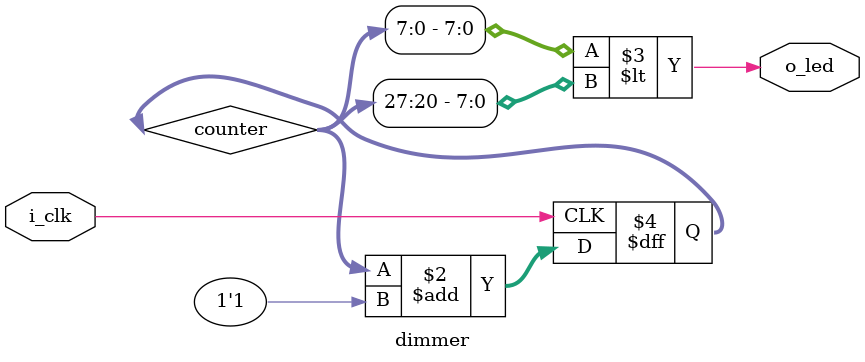
<source format=v>
`default_nettype none
module dimmer(i_clk, o_led);
	input	wire	i_clk;
	output	wire	o_led;

	reg	[27:0]	counter;

	always @(posedge i_clk)
		counter <= counter + 1'b1;

	assign	o_led = (counter[7:0]
		         < counter[27:20]);
endmodule

</source>
